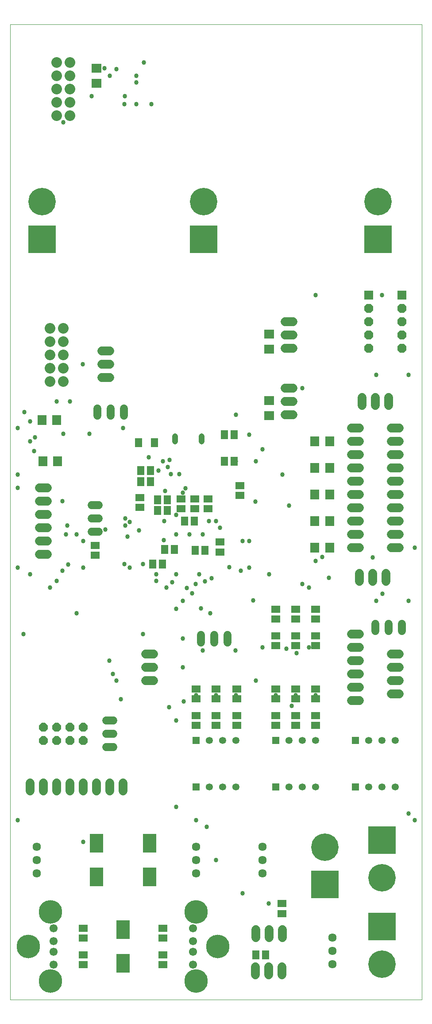
<source format=gbs>
G04 EAGLE Gerber RS-274X export*
G75*
%MOMM*%
%FSLAX34Y34*%
%LPD*%
%INBot Solder Mask*%
%IPPOS*%
%AMOC8*
5,1,8,0,0,1.08239X$1,22.5*%
G01*
%ADD10C,0.000000*%
%ADD11R,1.752400X1.952400*%
%ADD12R,1.652400X1.452400*%
%ADD13R,1.452400X1.652400*%
%ADD14C,2.032000*%
%ADD15R,5.252400X5.252400*%
%ADD16C,5.252400*%
%ADD17P,1.814519X8X202.500000*%
%ADD18C,1.524000*%
%ADD19C,1.676400*%
%ADD20R,1.452400X1.752400*%
%ADD21P,1.869504X8X112.500000*%
%ADD22R,1.727200X1.727200*%
%ADD23C,1.117600*%
%ADD24R,1.955400X1.752400*%
%ADD25C,1.612391*%
%ADD26C,1.552400*%
%ADD27C,4.502400*%
%ADD28R,2.652400X3.652400*%
%ADD29R,1.352400X1.352400*%
%ADD30C,1.352400*%
%ADD31R,1.752400X1.955400*%
%ADD32C,0.858000*%


D10*
X0Y0D02*
X787400Y0D01*
X787200Y1863600D01*
X0Y1863600D01*
X0Y0D01*
D11*
X60930Y1107440D03*
X88930Y1107440D03*
X90200Y1028700D03*
X62200Y1028700D03*
D12*
X353060Y956920D03*
X353060Y937920D03*
D13*
X352400Y914400D03*
X333400Y914400D03*
X300330Y955040D03*
X281330Y955040D03*
X268580Y989330D03*
X249580Y989330D03*
X353720Y858520D03*
X372720Y858520D03*
X314300Y859790D03*
X295300Y859790D03*
X268580Y1010920D03*
X249580Y1010920D03*
X300330Y934720D03*
X281330Y934720D03*
D12*
X378460Y937920D03*
X378460Y956920D03*
D14*
X76200Y1282700D03*
X101600Y1282700D03*
X76200Y1257300D03*
X101600Y1257300D03*
X76200Y1231900D03*
X101600Y1231900D03*
X76200Y1206500D03*
X101600Y1206500D03*
X76200Y1181100D03*
X101600Y1181100D03*
D15*
X711200Y139700D03*
D16*
X711200Y68070D03*
D15*
X60960Y1452880D03*
D16*
X60960Y1524510D03*
D15*
X369570Y1452880D03*
D16*
X369570Y1524510D03*
D17*
X139700Y520700D03*
X114300Y520700D03*
X88900Y520700D03*
X63500Y520700D03*
X139700Y495300D03*
X114300Y495300D03*
X88900Y495300D03*
X63500Y495300D03*
D14*
X88900Y1790700D03*
X114300Y1790700D03*
X88900Y1765300D03*
X114300Y1765300D03*
X88900Y1739900D03*
X114300Y1739900D03*
X88900Y1714500D03*
X114300Y1714500D03*
X88900Y1689100D03*
X114300Y1689100D03*
D18*
X415290Y696468D02*
X415290Y682752D01*
X389890Y682752D02*
X389890Y696468D01*
X364490Y696468D02*
X364490Y682752D01*
X217170Y1115822D02*
X217170Y1129538D01*
X191770Y1129538D02*
X191770Y1115822D01*
X166370Y1115822D02*
X166370Y1129538D01*
D19*
X71120Y977900D02*
X55880Y977900D01*
X55880Y952500D02*
X71120Y952500D01*
X71120Y927100D02*
X55880Y927100D01*
X55880Y901700D02*
X71120Y901700D01*
X71120Y876300D02*
X55880Y876300D01*
X55880Y850900D02*
X71120Y850900D01*
D20*
X275590Y1064260D03*
X245110Y1064260D03*
D21*
X685800Y1244600D03*
X685800Y1270000D03*
X685800Y1295400D03*
X685800Y1320800D03*
D22*
X685800Y1346200D03*
D15*
X711200Y304800D03*
D16*
X711200Y233170D03*
D19*
X520700Y133350D02*
X520700Y118110D01*
X495300Y118110D02*
X495300Y133350D01*
X469900Y133350D02*
X469900Y118110D01*
D23*
X365760Y1067054D02*
X365760Y1076706D01*
X314960Y1076706D02*
X314960Y1067054D01*
D19*
X525780Y1168400D02*
X541020Y1168400D01*
X541020Y1143000D02*
X525780Y1143000D01*
X525780Y1117600D02*
X541020Y1117600D01*
X541020Y1295400D02*
X525780Y1295400D01*
X525780Y1270000D02*
X541020Y1270000D01*
X541020Y1244600D02*
X525780Y1244600D01*
X668020Y814070D02*
X668020Y798830D01*
X693420Y798830D02*
X693420Y814070D01*
X718820Y814070D02*
X718820Y798830D01*
X468630Y62230D02*
X468630Y46990D01*
X494030Y46990D02*
X494030Y62230D01*
X519430Y62230D02*
X519430Y46990D01*
X673100Y1135380D02*
X673100Y1150620D01*
X698500Y1150620D02*
X698500Y1135380D01*
X723900Y1135380D02*
X723900Y1150620D01*
D12*
X139700Y66700D03*
X139700Y85700D03*
D24*
X165100Y1751080D03*
X165100Y1779520D03*
D13*
X488290Y85090D03*
X469290Y85090D03*
D12*
X519430Y183490D03*
X519430Y164490D03*
X139700Y117500D03*
X139700Y136500D03*
X292100Y136500D03*
X292100Y117500D03*
X292100Y85700D03*
X292100Y66700D03*
D21*
X749300Y1244600D03*
X749300Y1270000D03*
X749300Y1295400D03*
X749300Y1320800D03*
D22*
X749300Y1346200D03*
D19*
X190500Y1188720D02*
X175260Y1188720D01*
X175260Y1214120D02*
X190500Y1214120D01*
X190500Y1239520D02*
X175260Y1239520D01*
X259080Y660400D02*
X274320Y660400D01*
X274320Y635000D02*
X259080Y635000D01*
X259080Y609600D02*
X274320Y609600D01*
D25*
X482600Y241300D03*
X482600Y266700D03*
X482600Y292100D03*
X50800Y241300D03*
X50800Y266700D03*
X50800Y292100D03*
X355600Y241300D03*
X355600Y266700D03*
X355600Y292100D03*
X615950Y118110D03*
X615950Y92710D03*
X615950Y67310D03*
D26*
X349300Y136600D03*
X349300Y111600D03*
X349300Y91600D03*
X349300Y66600D03*
D27*
X355300Y35900D03*
X397100Y101600D03*
X355300Y167300D03*
D26*
X82500Y66600D03*
X82500Y91600D03*
X82500Y111600D03*
X82500Y136600D03*
D27*
X76500Y167300D03*
X34700Y101600D03*
X76500Y35900D03*
D15*
X703580Y1452880D03*
D16*
X703580Y1524510D03*
D19*
X668020Y939800D02*
X652780Y939800D01*
X652780Y965200D02*
X668020Y965200D01*
X668020Y990600D02*
X652780Y990600D01*
X652780Y1016000D02*
X668020Y1016000D01*
X668020Y1041400D02*
X652780Y1041400D01*
X652780Y1066800D02*
X668020Y1066800D01*
X668020Y1092200D02*
X652780Y1092200D01*
X652780Y914400D02*
X668020Y914400D01*
X668020Y889000D02*
X652780Y889000D01*
X652780Y863600D02*
X668020Y863600D01*
X728980Y939800D02*
X744220Y939800D01*
X744220Y965200D02*
X728980Y965200D01*
X728980Y990600D02*
X744220Y990600D01*
X744220Y1016000D02*
X728980Y1016000D01*
X728980Y1041400D02*
X744220Y1041400D01*
X744220Y1066800D02*
X728980Y1066800D01*
X728980Y1092200D02*
X744220Y1092200D01*
X744220Y914400D02*
X728980Y914400D01*
X728980Y889000D02*
X744220Y889000D01*
X744220Y863600D02*
X728980Y863600D01*
D12*
X162560Y848766D03*
X162560Y867766D03*
D18*
X169418Y894080D02*
X155702Y894080D01*
X155702Y919480D02*
X169418Y919480D01*
X169418Y944880D02*
X155702Y944880D01*
D12*
X326390Y956920D03*
X326390Y937920D03*
X247650Y959460D03*
X247650Y940460D03*
D13*
X272440Y831850D03*
X291440Y831850D03*
D12*
X401320Y855370D03*
X401320Y874370D03*
X439420Y982320D03*
X439420Y963320D03*
D19*
X728980Y584200D02*
X744220Y584200D01*
X744220Y609600D02*
X728980Y609600D01*
X728980Y635000D02*
X744220Y635000D01*
X744220Y660400D02*
X728980Y660400D01*
D28*
X215900Y69100D03*
X215900Y134100D03*
X266700Y234200D03*
X266700Y299200D03*
D29*
X660400Y406400D03*
D30*
X685800Y406400D03*
X711200Y406400D03*
X736600Y406400D03*
D29*
X660400Y495300D03*
D30*
X685800Y495300D03*
X711200Y495300D03*
X736600Y495300D03*
D29*
X355600Y406400D03*
D30*
X381000Y406400D03*
X406400Y406400D03*
X431800Y406400D03*
D29*
X355600Y495300D03*
D30*
X381000Y495300D03*
X406400Y495300D03*
X431800Y495300D03*
D29*
X508000Y406400D03*
D30*
X533400Y406400D03*
X558800Y406400D03*
X584200Y406400D03*
D29*
X508000Y495300D03*
D30*
X533400Y495300D03*
X558800Y495300D03*
X584200Y495300D03*
D12*
X508000Y523900D03*
X508000Y542900D03*
X546100Y523900D03*
X546100Y542900D03*
X584200Y523900D03*
X584200Y542900D03*
X355600Y523900D03*
X355600Y542900D03*
X393700Y523900D03*
X393700Y542900D03*
X433070Y523900D03*
X433070Y542900D03*
X508000Y676300D03*
X508000Y695300D03*
X546100Y676300D03*
X546100Y695300D03*
X584200Y676300D03*
X584200Y695300D03*
D31*
X611120Y1066800D03*
X582680Y1066800D03*
X611120Y1016000D03*
X582680Y1016000D03*
X611120Y965200D03*
X582680Y965200D03*
X611120Y914400D03*
X582680Y914400D03*
X611120Y863600D03*
X582680Y863600D03*
D13*
X428600Y1028700D03*
X409600Y1028700D03*
X428600Y1079500D03*
X409600Y1079500D03*
D19*
X38100Y414020D02*
X38100Y398780D01*
X63500Y398780D02*
X63500Y414020D01*
X88900Y414020D02*
X88900Y398780D01*
X114300Y398780D02*
X114300Y414020D01*
X139700Y414020D02*
X139700Y398780D01*
X165100Y398780D02*
X165100Y414020D01*
X190500Y414020D02*
X190500Y398780D01*
X215900Y398780D02*
X215900Y414020D01*
D18*
X197358Y533400D02*
X183642Y533400D01*
X183642Y508000D02*
X197358Y508000D01*
X197358Y482600D02*
X183642Y482600D01*
D19*
X652780Y571500D02*
X668020Y571500D01*
X668020Y596900D02*
X652780Y596900D01*
X652780Y622300D02*
X668020Y622300D01*
X668020Y647700D02*
X652780Y647700D01*
X652780Y673100D02*
X668020Y673100D01*
X668020Y698500D02*
X652780Y698500D01*
D18*
X698500Y704342D02*
X698500Y718058D01*
X723900Y718058D02*
X723900Y704342D01*
X749300Y704342D02*
X749300Y718058D01*
D24*
X495300Y1144520D03*
X495300Y1116080D03*
X495300Y1271520D03*
X495300Y1243080D03*
D15*
X601980Y219710D03*
D16*
X601980Y291340D03*
D28*
X165100Y299200D03*
X165100Y234200D03*
D12*
X508000Y574700D03*
X508000Y593700D03*
X546100Y574700D03*
X546100Y593700D03*
X584200Y574700D03*
X584200Y593700D03*
X355600Y574700D03*
X355600Y593700D03*
X393700Y574700D03*
X393700Y593700D03*
X433070Y574700D03*
X433070Y593700D03*
X508000Y727100D03*
X508000Y746100D03*
X546100Y727100D03*
X546100Y746100D03*
X584200Y727100D03*
X584200Y746100D03*
D32*
X249580Y989330D03*
X368300Y889000D03*
X317420Y889080D03*
X342900Y889000D03*
X327355Y936955D03*
X353060Y937920D03*
X378460Y937920D03*
X306703Y1003960D03*
X331800Y569900D03*
X38100Y1104900D03*
X303840Y558800D03*
X538480Y561340D03*
X469900Y609600D03*
X88900Y1143000D03*
X114300Y1143000D03*
X419100Y826460D03*
X38100Y1066800D03*
X547700Y662000D03*
X45174Y1048474D03*
X266700Y228600D03*
X355600Y342900D03*
X773423Y342900D03*
X773369Y863600D03*
X165100Y299200D03*
X139700Y301600D03*
X353060Y956920D03*
X326390Y956920D03*
X254000Y831850D03*
X401320Y855370D03*
X352400Y914400D03*
X294640Y914400D03*
X380194Y914400D03*
X89550Y1028050D03*
X13942Y342900D03*
X13942Y825500D03*
X378460Y956920D03*
X762000Y355600D03*
X762000Y1193800D03*
X700020Y1193800D03*
X317500Y812800D03*
X317500Y368300D03*
X13942Y1092200D03*
X275590Y1064260D03*
X13942Y977900D03*
X317500Y533400D03*
X215900Y1092200D03*
X364490Y747370D03*
X317500Y746760D03*
X700020Y762000D03*
X762000Y762000D03*
X409600Y1079500D03*
X439420Y982320D03*
X409600Y1028700D03*
X13942Y1003300D03*
X247650Y961230D03*
X88930Y1107440D03*
X494030Y183490D03*
X375920Y330200D03*
X196370Y622300D03*
X508000Y581640D03*
X189540Y647700D03*
X546100Y581640D03*
X430530Y666750D03*
X368300Y666750D03*
X335192Y976840D03*
X468602Y951202D03*
X355600Y581640D03*
X211272Y574040D03*
X393700Y581640D03*
X301582Y1017620D03*
X482600Y1051560D03*
X508000Y727100D03*
X323169Y1003960D03*
X520700Y1003300D03*
X546100Y727100D03*
X254000Y698500D03*
X584200Y581640D03*
X203200Y609600D03*
X431800Y581640D03*
X330200Y968980D03*
X533400Y944372D03*
X584200Y727100D03*
X295300Y859790D03*
X372720Y858520D03*
X138430Y1214120D03*
X139700Y876300D03*
X25400Y698500D03*
X26670Y1122680D03*
X330200Y635000D03*
X330200Y689610D03*
X218102Y832330D03*
X110490Y831370D03*
X139700Y825500D03*
X228600Y825500D03*
X99975Y952500D03*
X99975Y819731D03*
X440690Y819630D03*
X382827Y737859D03*
X106805Y889000D03*
X127000Y737870D03*
X293370Y877570D03*
X584200Y1346200D03*
X571500Y787400D03*
X337820Y786130D03*
X127000Y889000D03*
X223774Y884654D03*
X431800Y1117600D03*
X469900Y1028700D03*
X431800Y1028700D03*
X457200Y1079500D03*
X246039Y896846D03*
X101600Y1081250D03*
X181836Y897890D03*
X151130Y1081250D03*
X46990Y1074420D03*
X228600Y912570D03*
X279400Y812800D03*
X38100Y812800D03*
X76200Y787400D03*
X298450Y787400D03*
X88900Y800100D03*
X279400Y800100D03*
X109220Y905510D03*
X219710Y905510D03*
X582680Y1066800D03*
X304800Y1031410D03*
X582680Y1016000D03*
X292100Y1028700D03*
X582680Y965200D03*
X283210Y1010920D03*
X582680Y863600D03*
X400768Y901700D03*
X190500Y1765300D03*
X218880Y1726266D03*
X155874Y1726266D03*
X241300Y1752600D03*
X241300Y1765300D03*
X255300Y1790700D03*
X203200Y1778000D03*
X269490Y1710690D03*
X101600Y1676400D03*
X180340Y1779270D03*
X165100Y1751300D03*
X218470Y1710690D03*
X241050Y1710690D03*
X347980Y775970D03*
X711200Y1346200D03*
X711699Y775199D03*
X219710Y919480D03*
X162560Y870176D03*
X292100Y136500D03*
X444500Y203200D03*
X582680Y914400D03*
X393700Y914400D03*
X296070Y971720D03*
X317500Y925860D03*
X372110Y798830D03*
X309400Y797560D03*
X393700Y266700D03*
X558800Y1168400D03*
X354730Y794230D03*
X558800Y794230D03*
X495300Y812800D03*
X495300Y1271520D03*
X361560Y812546D03*
X457200Y825500D03*
X457200Y876300D03*
X596688Y845820D03*
X584200Y838200D03*
X444500Y876300D03*
X385005Y805254D03*
X609600Y805970D03*
X139700Y66700D03*
X571500Y673100D03*
X528320Y670560D03*
X482600Y673100D03*
X693420Y844550D03*
X330200Y762000D03*
X464820Y762610D03*
X300330Y958850D03*
X264770Y1036320D03*
X268580Y989330D03*
X268580Y1010920D03*
X245110Y1064260D03*
M02*

</source>
